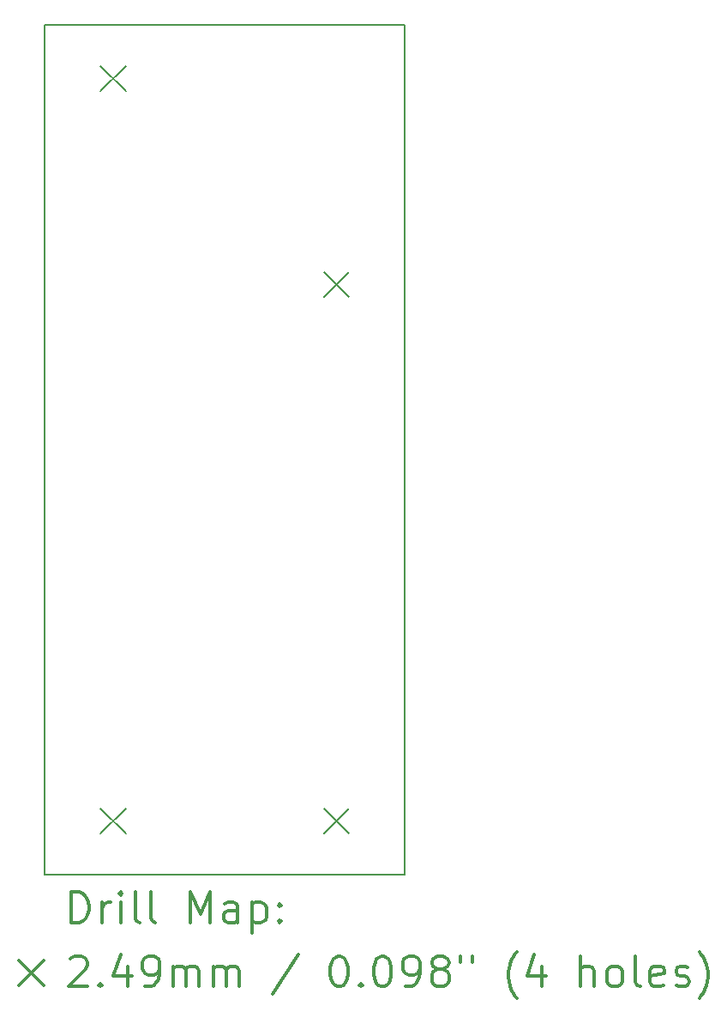
<source format=gbr>
%FSLAX45Y45*%
G04 Gerber Fmt 4.5, Leading zero omitted, Abs format (unit mm)*
G04 Created by KiCad (PCBNEW (2014-12-16 BZR 5324)-product) date Tuesday, September 22, 2015 'PMt' 01:03:08 PM*
%MOMM*%
G01*
G04 APERTURE LIST*
%ADD10C,0.127000*%
%ADD11C,0.150000*%
%ADD12C,0.200000*%
%ADD13C,0.300000*%
G04 APERTURE END LIST*
D10*
D11*
X15494000Y-14351000D02*
X11938000Y-14351000D01*
X15494000Y-5969000D02*
X15494000Y-14351000D01*
X11938000Y-5969000D02*
X15494000Y-5969000D01*
X11938000Y-14351000D02*
X11938000Y-5969000D01*
D12*
X12489540Y-6375540D02*
X12738460Y-6624460D01*
X12738460Y-6375540D02*
X12489540Y-6624460D01*
X12489540Y-13695540D02*
X12738460Y-13944460D01*
X12738460Y-13695540D02*
X12489540Y-13944460D01*
X14693540Y-8407540D02*
X14942460Y-8656460D01*
X14942460Y-8407540D02*
X14693540Y-8656460D01*
X14693540Y-13695540D02*
X14942460Y-13944460D01*
X14942460Y-13695540D02*
X14693540Y-13944460D01*
D13*
X12201928Y-14824214D02*
X12201928Y-14524214D01*
X12273357Y-14524214D01*
X12316214Y-14538500D01*
X12344786Y-14567071D01*
X12359071Y-14595643D01*
X12373357Y-14652786D01*
X12373357Y-14695643D01*
X12359071Y-14752786D01*
X12344786Y-14781357D01*
X12316214Y-14809929D01*
X12273357Y-14824214D01*
X12201928Y-14824214D01*
X12501928Y-14824214D02*
X12501928Y-14624214D01*
X12501928Y-14681357D02*
X12516214Y-14652786D01*
X12530500Y-14638500D01*
X12559071Y-14624214D01*
X12587643Y-14624214D01*
X12687643Y-14824214D02*
X12687643Y-14624214D01*
X12687643Y-14524214D02*
X12673357Y-14538500D01*
X12687643Y-14552786D01*
X12701928Y-14538500D01*
X12687643Y-14524214D01*
X12687643Y-14552786D01*
X12873357Y-14824214D02*
X12844786Y-14809929D01*
X12830500Y-14781357D01*
X12830500Y-14524214D01*
X13030500Y-14824214D02*
X13001928Y-14809929D01*
X12987643Y-14781357D01*
X12987643Y-14524214D01*
X13373357Y-14824214D02*
X13373357Y-14524214D01*
X13473357Y-14738500D01*
X13573357Y-14524214D01*
X13573357Y-14824214D01*
X13844786Y-14824214D02*
X13844786Y-14667071D01*
X13830500Y-14638500D01*
X13801928Y-14624214D01*
X13744786Y-14624214D01*
X13716214Y-14638500D01*
X13844786Y-14809929D02*
X13816214Y-14824214D01*
X13744786Y-14824214D01*
X13716214Y-14809929D01*
X13701928Y-14781357D01*
X13701928Y-14752786D01*
X13716214Y-14724214D01*
X13744786Y-14709929D01*
X13816214Y-14709929D01*
X13844786Y-14695643D01*
X13987643Y-14624214D02*
X13987643Y-14924214D01*
X13987643Y-14638500D02*
X14016214Y-14624214D01*
X14073357Y-14624214D01*
X14101928Y-14638500D01*
X14116214Y-14652786D01*
X14130500Y-14681357D01*
X14130500Y-14767071D01*
X14116214Y-14795643D01*
X14101928Y-14809929D01*
X14073357Y-14824214D01*
X14016214Y-14824214D01*
X13987643Y-14809929D01*
X14259071Y-14795643D02*
X14273357Y-14809929D01*
X14259071Y-14824214D01*
X14244786Y-14809929D01*
X14259071Y-14795643D01*
X14259071Y-14824214D01*
X14259071Y-14638500D02*
X14273357Y-14652786D01*
X14259071Y-14667071D01*
X14244786Y-14652786D01*
X14259071Y-14638500D01*
X14259071Y-14667071D01*
X11681580Y-15194040D02*
X11930500Y-15442960D01*
X11930500Y-15194040D02*
X11681580Y-15442960D01*
X12187643Y-15182786D02*
X12201928Y-15168500D01*
X12230500Y-15154214D01*
X12301928Y-15154214D01*
X12330500Y-15168500D01*
X12344786Y-15182786D01*
X12359071Y-15211357D01*
X12359071Y-15239929D01*
X12344786Y-15282786D01*
X12173357Y-15454214D01*
X12359071Y-15454214D01*
X12487643Y-15425643D02*
X12501928Y-15439929D01*
X12487643Y-15454214D01*
X12473357Y-15439929D01*
X12487643Y-15425643D01*
X12487643Y-15454214D01*
X12759071Y-15254214D02*
X12759071Y-15454214D01*
X12687643Y-15139929D02*
X12616214Y-15354214D01*
X12801928Y-15354214D01*
X12930500Y-15454214D02*
X12987643Y-15454214D01*
X13016214Y-15439929D01*
X13030500Y-15425643D01*
X13059071Y-15382786D01*
X13073357Y-15325643D01*
X13073357Y-15211357D01*
X13059071Y-15182786D01*
X13044786Y-15168500D01*
X13016214Y-15154214D01*
X12959071Y-15154214D01*
X12930500Y-15168500D01*
X12916214Y-15182786D01*
X12901928Y-15211357D01*
X12901928Y-15282786D01*
X12916214Y-15311357D01*
X12930500Y-15325643D01*
X12959071Y-15339929D01*
X13016214Y-15339929D01*
X13044786Y-15325643D01*
X13059071Y-15311357D01*
X13073357Y-15282786D01*
X13201928Y-15454214D02*
X13201928Y-15254214D01*
X13201928Y-15282786D02*
X13216214Y-15268500D01*
X13244786Y-15254214D01*
X13287643Y-15254214D01*
X13316214Y-15268500D01*
X13330500Y-15297071D01*
X13330500Y-15454214D01*
X13330500Y-15297071D02*
X13344786Y-15268500D01*
X13373357Y-15254214D01*
X13416214Y-15254214D01*
X13444786Y-15268500D01*
X13459071Y-15297071D01*
X13459071Y-15454214D01*
X13601928Y-15454214D02*
X13601928Y-15254214D01*
X13601928Y-15282786D02*
X13616214Y-15268500D01*
X13644786Y-15254214D01*
X13687643Y-15254214D01*
X13716214Y-15268500D01*
X13730500Y-15297071D01*
X13730500Y-15454214D01*
X13730500Y-15297071D02*
X13744786Y-15268500D01*
X13773357Y-15254214D01*
X13816214Y-15254214D01*
X13844786Y-15268500D01*
X13859071Y-15297071D01*
X13859071Y-15454214D01*
X14444786Y-15139929D02*
X14187643Y-15525643D01*
X14830500Y-15154214D02*
X14859071Y-15154214D01*
X14887643Y-15168500D01*
X14901928Y-15182786D01*
X14916214Y-15211357D01*
X14930500Y-15268500D01*
X14930500Y-15339929D01*
X14916214Y-15397071D01*
X14901928Y-15425643D01*
X14887643Y-15439929D01*
X14859071Y-15454214D01*
X14830500Y-15454214D01*
X14801928Y-15439929D01*
X14787643Y-15425643D01*
X14773357Y-15397071D01*
X14759071Y-15339929D01*
X14759071Y-15268500D01*
X14773357Y-15211357D01*
X14787643Y-15182786D01*
X14801928Y-15168500D01*
X14830500Y-15154214D01*
X15059071Y-15425643D02*
X15073357Y-15439929D01*
X15059071Y-15454214D01*
X15044786Y-15439929D01*
X15059071Y-15425643D01*
X15059071Y-15454214D01*
X15259071Y-15154214D02*
X15287643Y-15154214D01*
X15316214Y-15168500D01*
X15330500Y-15182786D01*
X15344785Y-15211357D01*
X15359071Y-15268500D01*
X15359071Y-15339929D01*
X15344785Y-15397071D01*
X15330500Y-15425643D01*
X15316214Y-15439929D01*
X15287643Y-15454214D01*
X15259071Y-15454214D01*
X15230500Y-15439929D01*
X15216214Y-15425643D01*
X15201928Y-15397071D01*
X15187643Y-15339929D01*
X15187643Y-15268500D01*
X15201928Y-15211357D01*
X15216214Y-15182786D01*
X15230500Y-15168500D01*
X15259071Y-15154214D01*
X15501928Y-15454214D02*
X15559071Y-15454214D01*
X15587643Y-15439929D01*
X15601928Y-15425643D01*
X15630500Y-15382786D01*
X15644785Y-15325643D01*
X15644785Y-15211357D01*
X15630500Y-15182786D01*
X15616214Y-15168500D01*
X15587643Y-15154214D01*
X15530500Y-15154214D01*
X15501928Y-15168500D01*
X15487643Y-15182786D01*
X15473357Y-15211357D01*
X15473357Y-15282786D01*
X15487643Y-15311357D01*
X15501928Y-15325643D01*
X15530500Y-15339929D01*
X15587643Y-15339929D01*
X15616214Y-15325643D01*
X15630500Y-15311357D01*
X15644785Y-15282786D01*
X15816214Y-15282786D02*
X15787643Y-15268500D01*
X15773357Y-15254214D01*
X15759071Y-15225643D01*
X15759071Y-15211357D01*
X15773357Y-15182786D01*
X15787643Y-15168500D01*
X15816214Y-15154214D01*
X15873357Y-15154214D01*
X15901928Y-15168500D01*
X15916214Y-15182786D01*
X15930500Y-15211357D01*
X15930500Y-15225643D01*
X15916214Y-15254214D01*
X15901928Y-15268500D01*
X15873357Y-15282786D01*
X15816214Y-15282786D01*
X15787643Y-15297071D01*
X15773357Y-15311357D01*
X15759071Y-15339929D01*
X15759071Y-15397071D01*
X15773357Y-15425643D01*
X15787643Y-15439929D01*
X15816214Y-15454214D01*
X15873357Y-15454214D01*
X15901928Y-15439929D01*
X15916214Y-15425643D01*
X15930500Y-15397071D01*
X15930500Y-15339929D01*
X15916214Y-15311357D01*
X15901928Y-15297071D01*
X15873357Y-15282786D01*
X16044786Y-15154214D02*
X16044786Y-15211357D01*
X16159071Y-15154214D02*
X16159071Y-15211357D01*
X16601928Y-15568500D02*
X16587643Y-15554214D01*
X16559071Y-15511357D01*
X16544785Y-15482786D01*
X16530500Y-15439929D01*
X16516214Y-15368500D01*
X16516214Y-15311357D01*
X16530500Y-15239929D01*
X16544785Y-15197071D01*
X16559071Y-15168500D01*
X16587643Y-15125643D01*
X16601928Y-15111357D01*
X16844786Y-15254214D02*
X16844786Y-15454214D01*
X16773357Y-15139929D02*
X16701928Y-15354214D01*
X16887643Y-15354214D01*
X17230500Y-15454214D02*
X17230500Y-15154214D01*
X17359071Y-15454214D02*
X17359071Y-15297071D01*
X17344786Y-15268500D01*
X17316214Y-15254214D01*
X17273357Y-15254214D01*
X17244786Y-15268500D01*
X17230500Y-15282786D01*
X17544786Y-15454214D02*
X17516214Y-15439929D01*
X17501928Y-15425643D01*
X17487643Y-15397071D01*
X17487643Y-15311357D01*
X17501928Y-15282786D01*
X17516214Y-15268500D01*
X17544786Y-15254214D01*
X17587643Y-15254214D01*
X17616214Y-15268500D01*
X17630500Y-15282786D01*
X17644786Y-15311357D01*
X17644786Y-15397071D01*
X17630500Y-15425643D01*
X17616214Y-15439929D01*
X17587643Y-15454214D01*
X17544786Y-15454214D01*
X17816214Y-15454214D02*
X17787643Y-15439929D01*
X17773357Y-15411357D01*
X17773357Y-15154214D01*
X18044786Y-15439929D02*
X18016214Y-15454214D01*
X17959071Y-15454214D01*
X17930500Y-15439929D01*
X17916214Y-15411357D01*
X17916214Y-15297071D01*
X17930500Y-15268500D01*
X17959071Y-15254214D01*
X18016214Y-15254214D01*
X18044786Y-15268500D01*
X18059071Y-15297071D01*
X18059071Y-15325643D01*
X17916214Y-15354214D01*
X18173357Y-15439929D02*
X18201929Y-15454214D01*
X18259071Y-15454214D01*
X18287643Y-15439929D01*
X18301929Y-15411357D01*
X18301929Y-15397071D01*
X18287643Y-15368500D01*
X18259071Y-15354214D01*
X18216214Y-15354214D01*
X18187643Y-15339929D01*
X18173357Y-15311357D01*
X18173357Y-15297071D01*
X18187643Y-15268500D01*
X18216214Y-15254214D01*
X18259071Y-15254214D01*
X18287643Y-15268500D01*
X18401928Y-15568500D02*
X18416214Y-15554214D01*
X18444786Y-15511357D01*
X18459071Y-15482786D01*
X18473357Y-15439929D01*
X18487643Y-15368500D01*
X18487643Y-15311357D01*
X18473357Y-15239929D01*
X18459071Y-15197071D01*
X18444786Y-15168500D01*
X18416214Y-15125643D01*
X18401928Y-15111357D01*
M02*

</source>
